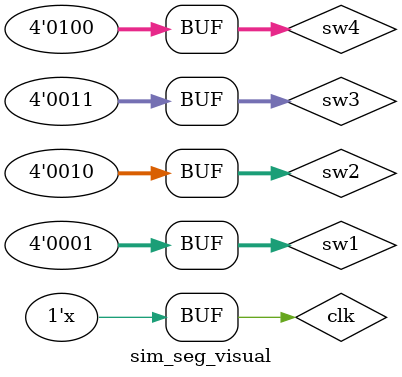
<source format=v>
`timescale 1ns / 1ps


module sim_seg_visual(

    );
    reg clk;
    reg [3:0] sw1;reg [3:0] sw2;reg [3:0] sw3;reg [3:0]sw4;
    wire [3:0]wm;wire [7:0] dm;
    seg_visual u0(clk,sw1,sw2,sw3,sw4,wm,dm);
    initial
      begin
      clk = 0;
      sw1 = 1;
      sw2 = 2;
      sw3 = 3;
      sw4 = 4;
      end 
    always #1 clk = ~clk;
endmodule

</source>
